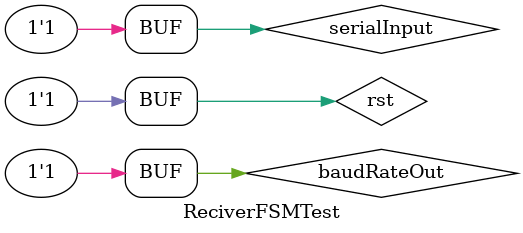
<source format=v>

`timescale 1ns/1ns 

module ReciverFSMTest ();



    reg baudRateOut ; 
    reg serialInput ; 
    reg rst ; 
    wire [8:0] dataParityOut ; 

    ReciverFSM ReciverFSMUT(
        .baudRateOut(baudRateOut), 
        .serialInput(serialInput), 
        .rst(rst), 
        .dataParityOut(dataParityOut)
    );  

    initial begin
        //reset the system 
        rst = 0 ; 
        #200 ; 
        rst = 1 ; 
        ////////////////////////////////
        //idle for 200 ns 
        serialInput = 1 ; 
        #416666 ;
        //sending a frame 

        //start bit 
        serialInput = 0 ; 
        #416666 ; 
        //d0
        serialInput = 1 ; 
        #416666 ;
        //d1
        serialInput = 0 ; 
        #416666 ;
        //d2
        serialInput = 1 ; 
        #416666 ;
        //d3
        serialInput = 0 ; 
        #416666 ;
        //d4
        serialInput = 1 ; 
        #416666 ;
        //d5
        serialInput = 0 ; 
        #416666 ;
        //d6
        serialInput = 1 ; 
        #416666 ;
        //d7
        serialInput = 0 ; 
        #416666 ;
        //parity
        serialInput = 1 ; 
        #416666 ;
        //stop
        serialInput = 1 ; 
        #416666 ;
        //idle 
        serialInput = 1 ; 

    end



    //testing 2400 bit/second speed
    //oversampling ---> 16*2400 ---> 26041 ns
    always begin
        baudRateOut = 0 ; 
        #13020.3333 ; 
        baudRateOut = 1 ; 
        #13020.3333 ; 
    end

endmodule
</source>
